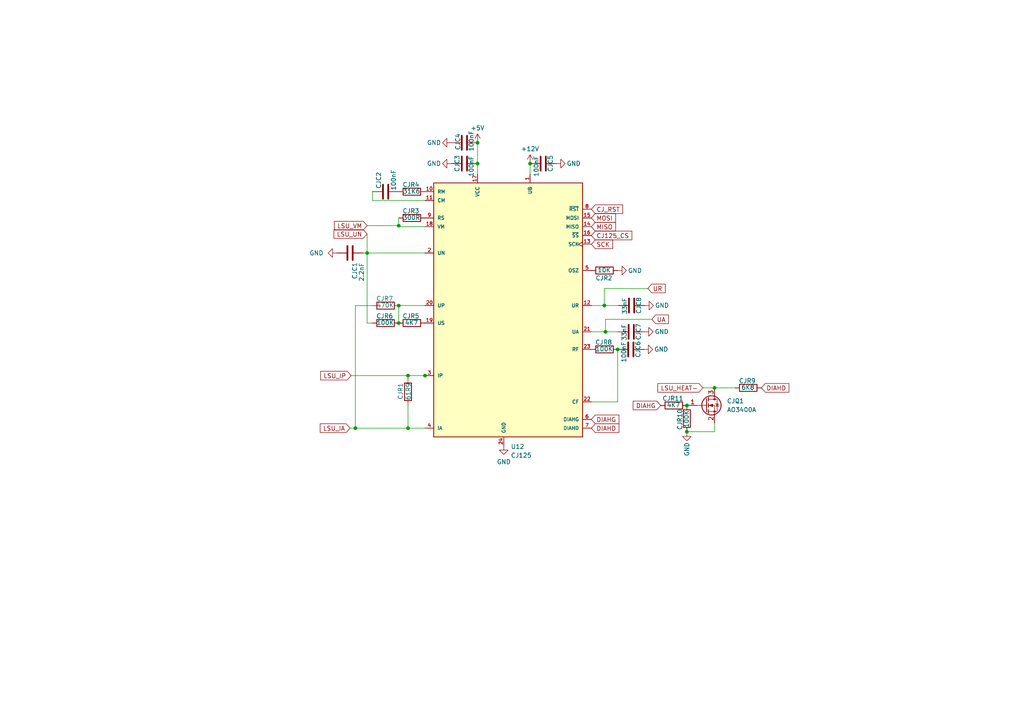
<source format=kicad_sch>
(kicad_sch (version 20230121) (generator eeschema)
  (paper "A4")
  (lib_symbols
    (symbol "AeonLabs_Automotive:CJ125" (pin_names (offset 1.016))
      (property "Reference" "U" (at -20.32 36.83 0))
      (property "Value" "CJ125" (at -20.32 -41.91 0))
      (symbol "CJ125_0_0"
        (rectangle (start -22.86 35.56) (end 20.32 -38.1) (stroke (width 0.254)) (fill (type background)))
        (pin passive line (at 5.08 38.1 270) (length 2.54) (name "UB") (number "1"))
        (pin passive line (at -25.4 33.02 0) (length 2.54) (name "RM") (number "10"))
        (pin passive line (at -25.4 30.48 0) (length 2.54) (name "CM") (number "11"))
        (pin passive line (at 22.86 0 180) (length 2.54) (name "UR") (number "12"))
        (pin output clock (at 22.86 17.78 180) (length 2.54) (name "SCK") (number "13"))
        (pin output line (at 22.86 22.86 180) (length 2.54) (name "MISO") (number "14"))
        (pin input line (at 22.86 25.4 180) (length 2.54) (name "MOSI") (number "15"))
        (pin output line (at 22.86 20.32 180) (length 2.54) (name "~{SS}") (number "16"))
        (pin passive line (at -10.16 38.1 270) (length 2.54) (name "VCC") (number "17"))
        (pin passive line (at -25.4 22.86 0) (length 2.54) (name "VM") (number "18"))
        (pin passive line (at -25.4 -5.08 0) (length 2.54) (name "US") (number "19"))
        (pin passive line (at -25.4 15.24 0) (length 2.54) (name "UN") (number "2"))
        (pin passive line (at -25.4 0 0) (length 2.54) (name "UP") (number "20"))
        (pin passive line (at 22.86 -7.62 180) (length 2.54) (name "UA") (number "21"))
        (pin passive line (at 22.86 -27.94 180) (length 2.54) (name "CF") (number "22"))
        (pin passive line (at 22.86 -12.7 180) (length 2.54) (name "RF") (number "23"))
        (pin passive line (at -2.54 -40.64 90) (length 2.54) (name "GND") (number "24"))
        (pin passive line (at -25.4 -20.32 0) (length 2.54) (name "IP") (number "3"))
        (pin passive line (at -25.4 -35.56 0) (length 2.54) (name "IA") (number "4"))
        (pin passive line (at 22.86 10.16 180) (length 2.54) (name "OSZ") (number "5"))
        (pin input line (at 22.86 -33.02 180) (length 2.54) (name "DIAHG") (number "6"))
        (pin input line (at 22.86 -35.56 180) (length 2.54) (name "DIAHD") (number "7"))
        (pin input line (at 22.86 27.94 180) (length 2.54) (name "~{RST}") (number "8"))
        (pin passive line (at -25.4 25.4 0) (length 2.54) (name "RS") (number "9"))
      )
    )
    (symbol "Device:C" (pin_numbers hide) (pin_names (offset 0.254))
      (property "Reference" "C" (at 0.635 2.54 0))
      (property "Value" "C" (at 0.635 -2.54 0))
      (symbol "C_0_1"
        (polyline (pts (xy -2.032 -0.762) (xy 2.032 -0.762)) (stroke (width 0.508)))
        (polyline (pts (xy -2.032 0.762) (xy 2.032 0.762)) (stroke (width 0.508)))
      )
      (symbol "C_1_1"
        (pin passive line (at 0 3.81 270) (length 2.794) (name "~") (number "1"))
        (pin passive line (at 0 -3.81 90) (length 2.794) (name "~") (number "2"))
      )
    )
    (symbol "Device:R" (pin_numbers hide) (pin_names (offset 0))
      (property "Reference" "R" (at 2.032 0 90))
      (property "Value" "R" (at 0 0 90))
      (symbol "R_0_1"
        (rectangle (start -1.016 -2.54) (end 1.016 2.54) (stroke (width 0.254)))
      )
      (symbol "R_1_1"
        (pin passive line (at 0 3.81 270) (length 1.27) (name "~") (number "1"))
        (pin passive line (at 0 -3.81 90) (length 1.27) (name "~") (number "2"))
      )
    )
    (symbol "Transistor_FET:AO3400A" (pin_names hide)
      (property "Reference" "Q" (at 5.08 1.905 0))
      (property "Value" "AO3400A" (at 5.08 0 0))
      (symbol "AO3400A_0_1"
        (polyline (pts (xy 0.254 0) (xy -2.54 0)))
        (polyline (pts (xy 0.254 1.905) (xy 0.254 -1.905)) (stroke (width 0.254)))
        (polyline (pts (xy 0.762 -1.27) (xy 0.762 -2.286)) (stroke (width 0.254)))
        (polyline (pts (xy 0.762 0.508) (xy 0.762 -0.508)) (stroke (width 0.254)))
        (polyline (pts (xy 0.762 2.286) (xy 0.762 1.27)) (stroke (width 0.254)))
        (polyline (pts (xy 2.54 2.54) (xy 2.54 1.778)))
        (polyline (pts (xy 2.54 -2.54) (xy 2.54 0) (xy 0.762 0)))
        (polyline (pts (xy 0.762 -1.778) (xy 3.302 -1.778) (xy 3.302 1.778) (xy 0.762 1.778)))
        (polyline (pts (xy 1.016 0) (xy 2.032 0.381) (xy 2.032 -0.381) (xy 1.016 0)) (fill (type outline)))
        (polyline (pts (xy 2.794 0.508) (xy 2.921 0.381) (xy 3.683 0.381) (xy 3.81 0.254)))
        (polyline (pts (xy 3.302 0.381) (xy 2.921 -0.254) (xy 3.683 -0.254) (xy 3.302 0.381)))
        (circle (center 1.651 0) (radius 2.794) (stroke (width 0.254)))
        (circle (center 2.54 -1.778) (radius 0.254) (fill (type outline)))
        (circle (center 2.54 1.778) (radius 0.254) (fill (type outline)))
      )
      (symbol "AO3400A_1_1"
        (pin input line (at -5.08 0 0) (length 2.54) (name "G") (number "1"))
        (pin passive line (at 2.54 -5.08 90) (length 2.54) (name "S") (number "2"))
        (pin passive line (at 2.54 5.08 270) (length 2.54) (name "D") (number "3"))
      )
    )
    (symbol "power:+12V" (power) (pin_names (offset 0))
      (property "Value" "+12V" (at 0 3.556 0))
      (symbol "+12V_0_1"
        (polyline (pts (xy -0.762 1.27) (xy 0 2.54)))
        (polyline (pts (xy 0 0) (xy 0 2.54)))
        (polyline (pts (xy 0 2.54) (xy 0.762 1.27)))
      )
      (symbol "+12V_1_1"
        (pin power_in line (at 0 0 90) (length 0) hide (name "+12V") (number "1"))
      )
    )
    (symbol "power:+5V" (power) (pin_names (offset 0))
      (property "Value" "+5V" (at 0 3.556 0))
      (symbol "+5V_0_1"
        (polyline (pts (xy -0.762 1.27) (xy 0 2.54)))
        (polyline (pts (xy 0 0) (xy 0 2.54)))
        (polyline (pts (xy 0 2.54) (xy 0.762 1.27)))
      )
      (symbol "+5V_1_1"
        (pin power_in line (at 0 0 90) (length 0) hide (name "+5V") (number "1"))
      )
    )
    (symbol "power:GND" (power) (pin_names (offset 0))
      (property "Value" "GND" (at 0 -3.81 0))
      (symbol "GND_0_1"
        (polyline (pts (xy 0 0) (xy 0 -1.27) (xy 1.27 -1.27) (xy 0 -2.54) (xy -1.27 -1.27) (xy 0 -1.27)))
      )
      (symbol "GND_1_1"
        (pin power_in line (at 0 0 270) (length 0) hide (name "GND") (number "1"))
      )
    )
  )
  (junction (at 199.2122 125.222))
  (junction (at 138.5062 47.4472))
  (junction (at 115.6462 93.7006))
  (junction (at 118.3386 124.1806))
  (junction (at 115.6462 65.4558))
  (junction (at 103.0732 124.1806))
  (junction (at 153.7462 47.4472))
  (junction (at 199.2376 117.602))
  (junction (at 207.2386 112.4966))
  (junction (at 175.6156 96.2406))
  (junction (at 106.4768 73.3806))
  (junction (at 138.5062 41.402))
  (junction (at 123.2662 108.9406))
  (junction (at 118.3386 108.9406))
  (junction (at 175.2854 88.6206))
  (junction (at 179.1462 101.346))
  (junction (at 115.6462 88.646))
  (wire (pts (xy 199.263 117.602) (xy 199.263 117.5766)))
  (wire (pts (xy 138.5062 41.402) (xy 138.5062 47.4472)))
  (wire (pts (xy 179.1462 116.5606) (xy 179.1462 101.346)))
  (wire (pts (xy 138.5062 47.4472) (xy 138.5062 50.5206)))
  (wire (pts (xy 203.8604 112.4966) (xy 207.2386 112.4966)))
  (wire (pts (xy 103.0732 124.1806) (xy 118.3386 124.1806)))
  (wire (pts (xy 106.4768 93.7006) (xy 108.0262 93.7006)))
  (wire (pts (xy 108.0262 58.1406) (xy 108.0262 55.6006)))
  (wire (pts (xy 106.4768 73.3806) (xy 106.4768 93.7006)))
  (wire (pts (xy 105.3338 73.3806) (xy 106.4768 73.3806)))
  (wire (pts (xy 175.6156 96.2406) (xy 179.2732 96.2406)))
  (wire (pts (xy 108.0262 88.646) (xy 103.0732 88.646)))
  (wire (pts (xy 175.6156 96.2406) (xy 175.6156 92.6084)))
  (wire (pts (xy 207.2386 125.222) (xy 207.2386 122.6566)))
  (wire (pts (xy 175.2854 88.6206) (xy 179.3748 88.6206)))
  (wire (pts (xy 115.6462 65.4558) (xy 115.6462 65.7606)))
  (wire (pts (xy 101.5238 124.1806) (xy 103.0732 124.1806)))
  (wire (pts (xy 199.2376 117.602) (xy 199.263 117.602)))
  (wire (pts (xy 118.3386 124.1806) (xy 123.2662 124.1806)))
  (wire (pts (xy 187.9092 83.6676) (xy 187.9092 83.7184)))
  (wire (pts (xy 171.5262 88.6206) (xy 175.2854 88.6206)))
  (wire (pts (xy 103.0732 88.646) (xy 103.0732 124.1806)))
  (wire (pts (xy 175.2854 83.6676) (xy 187.9092 83.7184)))
  (wire (pts (xy 115.6462 88.646) (xy 115.6462 93.7006)))
  (wire (pts (xy 118.3386 108.9406) (xy 123.2662 108.9406)))
  (wire (pts (xy 108.0262 58.1406) (xy 123.2662 58.1406)))
  (wire (pts (xy 101.8286 108.9406) (xy 118.3386 108.9406)))
  (wire (pts (xy 118.3386 108.9406) (xy 118.3386 109.8296)))
  (wire (pts (xy 106.4768 67.8688) (xy 106.4768 73.3806)))
  (wire (pts (xy 115.6462 65.4558) (xy 115.6462 63.2206)))
  (wire (pts (xy 175.2854 88.6206) (xy 175.2854 83.6676)))
  (wire (pts (xy 118.3386 124.1806) (xy 118.3386 117.4496)))
  (wire (pts (xy 115.6462 65.7606) (xy 123.2662 65.7606)))
  (wire (pts (xy 207.2386 112.4966) (xy 213.2076 112.4966)))
  (wire (pts (xy 153.7462 47.4472) (xy 153.7462 50.5206)))
  (wire (pts (xy 199.2122 125.222) (xy 199.2122 125.2982)))
  (wire (pts (xy 199.2122 117.602) (xy 199.2376 117.602)))
  (wire (pts (xy 175.6156 92.6084) (xy 189.0522 92.6084)))
  (wire (pts (xy 123.2916 108.9406) (xy 123.2662 108.9406)))
  (wire (pts (xy 171.5262 96.2406) (xy 175.6156 96.2406)))
  (wire (pts (xy 179.1462 101.346) (xy 179.1462 101.3206)))
  (wire (pts (xy 106.4768 73.3806) (xy 123.2662 73.3806)))
  (wire (pts (xy 106.4768 65.4558) (xy 115.6462 65.4558)))
  (wire (pts (xy 199.2122 125.222) (xy 207.2386 125.222)))
  (wire (pts (xy 171.5262 116.5606) (xy 179.1462 116.5606)))
  (wire (pts (xy 115.6462 88.6206) (xy 115.6462 88.646)))
  (wire (pts (xy 199.263 117.5766) (xy 199.6186 117.5766)))
  (wire (pts (xy 123.2662 88.6206) (xy 115.6462 88.6206)))
  (global_label "LSU_UN" (shape input) (at 106.4768 67.8688 180) (property "Intersheetrefs" "${INTERSHEET_REFS}" (effects hide)))
  (global_label "SCK" (shape input) (at 171.5262 70.8406 0) (property "Intersheetrefs" "${INTERSHEET_REFS}" (effects hide)))
  (global_label "MOSI" (shape input) (at 171.5262 63.2206 0) (property "Intersheetrefs" "${INTERSHEET_REFS}" (effects hide)))
  (global_label "LSU_IA" (shape input) (at 101.5238 124.1806 180) (property "Intersheetrefs" "${INTERSHEET_REFS}" (effects hide)))
  (global_label "DIAHG" (shape input) (at 171.5262 121.6406 0) (property "Intersheetrefs" "${INTERSHEET_REFS}" (effects hide)))
  (global_label "MISO" (shape input) (at 171.5262 65.7606 0) (property "Intersheetrefs" "${INTERSHEET_REFS}" (effects hide)))
  (global_label "LSU_HEAT-" (shape input) (at 203.8604 112.4966 180) (property "Intersheetrefs" "${INTERSHEET_REFS}" (effects hide)))
  (global_label "UR" (shape input) (at 187.9092 83.6676 0) (property "Intersheetrefs" "${INTERSHEET_REFS}" (effects hide)))
  (global_label "LSU_IP" (shape input) (at 101.8286 108.9406 180) (property "Intersheetrefs" "${INTERSHEET_REFS}" (effects hide)))
  (global_label "CJ125_CS" (shape input) (at 171.5262 68.3006 0) (property "Intersheetrefs" "${INTERSHEET_REFS}" (effects hide)))
  (global_label "LSU_VM" (shape input) (at 106.4768 65.4558 180) (property "Intersheetrefs" "${INTERSHEET_REFS}" (effects hide)))
  (global_label "CJ_RST" (shape input) (at 171.5262 60.6806 0) (property "Intersheetrefs" "${INTERSHEET_REFS}" (effects hide)))
  (global_label "DIAHG" (shape input) (at 191.6176 117.602 180) (property "Intersheetrefs" "${INTERSHEET_REFS}" (effects hide)))
  (global_label "UA" (shape input) (at 189.0522 92.6084 0) (property "Intersheetrefs" "${INTERSHEET_REFS}" (effects hide)))
  (global_label "DIAHD" (shape input) (at 220.8276 112.4966 0) (property "Intersheetrefs" "${INTERSHEET_REFS}" (effects hide)))
  (global_label "DIAHD" (shape input) (at 171.5262 124.1806 0) (property "Intersheetrefs" "${INTERSHEET_REFS}" (effects hide)))
  (symbol (lib_id "power:GND") (at 186.7662 101.346 90) (mirror x) (unit 1)
    (property "Reference" "#PWR0230" (effects hide))
    (property "Value" "GND" (at 189.738 101.3206 90) (effects (justify right)))
  )
  (symbol (lib_id "power:GND") (at 130.8862 47.4472 270) (unit 1)
    (property "Reference" "#PWR0226" (effects hide))
    (property "Value" "GND" (at 127.9144 47.4218 90) (effects (justify right)))
  )
  (symbol (lib_id "Device:C") (at 101.5238 73.3806 90) (mirror x) (unit 1)
    (property "Reference" "CJC1" (at 102.8954 76.073 0) (effects (justify left)))
    (property "Value" "2.2nF" (at 104.8766 76.1746 0) (effects (justify left)))
    (property "Footprint" "Capacitor_SMD:C_0603_1608Metric" (effects hide))
  )
  (symbol (lib_id "Device:C") (at 134.6962 47.4472 90) (mirror x) (unit 1)
    (property "Reference" "CJC3" (at 132.6134 44.958 0) (effects (justify left)))
    (property "Value" "100nF" (at 136.7028 45.1866 0) (effects (justify left)))
    (property "Footprint" "Capacitor_SMD:C_0603_1608Metric" (effects hide))
  )
  (symbol (lib_id "power:GND") (at 161.3662 47.4472 90) (mirror x) (unit 1)
    (property "Reference" "#PWR0228" (effects hide))
    (property "Value" "GND" (at 164.338 47.4218 90) (effects (justify right)))
  )
  (symbol (lib_id "Device:C") (at 182.9562 101.346 270) (unit 1)
    (property "Reference" "CJC6" (at 185.039 98.8568 0) (effects (justify left)))
    (property "Value" "100nF" (at 180.9496 99.0854 0) (effects (justify left)))
    (property "Footprint" "Capacitor_SMD:C_0603_1608Metric" (effects hide))
  )
  (symbol (lib_id "Device:R") (at 119.4562 55.6006 270) (unit 1)
    (property "Reference" "CJR4" (at 119.2022 53.5686 90))
    (property "Value" "31K6" (at 119.3546 55.499 90))
    (property "Footprint" "Resistor_SMD:R_0603_1608Metric" (effects hide))
  )
  (symbol (lib_id "power:GND") (at 186.9948 88.6206 90) (mirror x) (unit 1)
    (property "Reference" "#PWR0232" (effects hide))
    (property "Value" "GND" (at 189.9666 88.5952 90) (effects (justify right)))
  )
  (symbol (lib_id "Device:R") (at 111.8362 93.7006 270) (unit 1)
    (property "Reference" "CJR6" (at 111.5822 91.6686 90))
    (property "Value" "100K" (at 111.7346 93.599 90))
    (property "Footprint" "Resistor_SMD:R_0603_1608Metric" (effects hide))
  )
  (symbol (lib_id "power:GND") (at 186.8932 96.2406 90) (mirror x) (unit 1)
    (property "Reference" "#PWR0231" (effects hide))
    (property "Value" "GND" (at 189.865 96.2152 90) (effects (justify right)))
  )
  (symbol (lib_id "power:GND") (at 130.8862 41.402 270) (unit 1)
    (property "Reference" "#PWR0227" (effects hide))
    (property "Value" "GND" (at 127.9144 41.3766 90) (effects (justify right)))
  )
  (symbol (lib_id "power:+12V") (at 153.7462 47.4472 0) (unit 1)
    (property "Reference" "#PWR0229" (effects hide))
    (property "Value" "+12V" (at 153.7462 43.18 0))
  )
  (symbol (lib_id "Device:R") (at 175.3362 101.3206 270) (unit 1)
    (property "Reference" "CJR8" (at 175.0822 99.2886 90))
    (property "Value" "100K" (at 175.2346 101.219 90))
    (property "Footprint" "Resistor_SMD:R_0603_1608Metric" (effects hide))
  )
  (symbol (lib_id "power:GND") (at 146.1262 129.2606 0) (mirror y) (unit 1)
    (property "Reference" "#PWR0180" (effects hide))
    (property "Value" "GND" (at 146.1262 133.9596 0))
  )
  (symbol (lib_id "AeonLabs_Automotive:CJ125") (at 148.6662 88.6206 0) (unit 1)
    (property "Reference" "U12" (at 148.1456 129.54 0) (effects (justify left)))
    (property "Value" "CJ125" (at 148.1456 132.08 0) (effects (justify left)))
    (property "Footprint" "AeonLabs_Automotive:CJ125 Wideband sensor" (effects hide))
    (property "MF" "Bosch" (effects hide))
    (property "Description" "\nLAMBDA PROBE INTERFACE IC\n" (effects hide))
    (property "Package" "None" (effects hide))
    (property "Price" "None" (effects hide))
    (property "SnapEDA_Link" "https://www.snapeda.com/parts/CJ125/Bosch/view-part/?ref=snap" (effects hide))
    (property "MP" "CJ125" (effects hide))
    (property "Availability" "Not in stock" (effects hide))
    (property "Check_prices" "https://www.snapeda.com/parts/CJ125/Bosch/view-part/?ref=eda" (effects hide))
  )
  (symbol (lib_id "Device:C") (at 183.1848 88.6206 270) (unit 1)
    (property "Reference" "CJC8" (at 185.2676 86.1314 0) (effects (justify left)))
    (property "Value" "33nF" (at 181.1782 86.36 0) (effects (justify left)))
    (property "Footprint" "Capacitor_SMD:C_0603_1608Metric" (effects hide))
  )
  (symbol (lib_id "Device:C") (at 157.5562 47.4472 270) (unit 1)
    (property "Reference" "CJC5" (at 159.639 44.958 0) (effects (justify left)))
    (property "Value" "100nF" (at 155.5496 45.1866 0) (effects (justify left)))
    (property "Footprint" "Capacitor_SMD:C_0603_1608Metric" (effects hide))
  )
  (symbol (lib_id "power:+5V") (at 138.5062 41.402 0) (unit 1)
    (property "Reference" "#PWR0225" (effects hide))
    (property "Value" "+5V" (at 138.5062 37.1348 0))
  )
  (symbol (lib_id "Device:R") (at 111.8362 88.646 270) (unit 1)
    (property "Reference" "CJR7" (at 111.5822 86.614 90))
    (property "Value" "470K" (at 111.7346 88.5444 90))
    (property "Footprint" "Resistor_SMD:R_0603_1608Metric" (effects hide))
  )
  (symbol (lib_id "Device:R") (at 199.2122 121.412 0) (unit 1)
    (property "Reference" "CJR10" (at 197.1802 121.666 90))
    (property "Value" "100K" (at 199.1106 121.5136 90))
    (property "Footprint" "Resistor_SMD:R_0603_1608Metric" (effects hide))
  )
  (symbol (lib_id "power:GND") (at 199.2122 125.2982 0) (mirror y) (unit 1)
    (property "Reference" "#PWR0233" (effects hide))
    (property "Value" "GND" (at 199.2376 128.27 90) (effects (justify right)))
  )
  (symbol (lib_id "power:GND") (at 97.7138 73.3806 270) (mirror x) (unit 1)
    (property "Reference" "#PWR0134" (effects hide))
    (property "Value" "GND" (at 93.8276 73.3806 90) (effects (justify right)))
  )
  (symbol (lib_id "power:GND") (at 179.1462 78.4606 90) (unit 1)
    (property "Reference" "#PWR0149" (effects hide))
    (property "Value" "GND" (at 182.118 78.486 90) (effects (justify right)))
  )
  (symbol (lib_id "Device:C") (at 111.8362 55.6006 90) (mirror x) (unit 1)
    (property "Reference" "CJC2" (at 109.8296 49.8348 0) (effects (justify left)))
    (property "Value" "100nF" (at 114.1476 49.1744 0) (effects (justify left)))
    (property "Footprint" "Capacitor_SMD:C_0603_1608Metric" (effects hide))
  )
  (symbol (lib_id "Device:R") (at 217.0176 112.4966 270) (unit 1)
    (property "Reference" "CJR9" (at 216.7636 110.4646 90))
    (property "Value" "6K8" (at 216.916 112.395 90))
    (property "Footprint" "Resistor_SMD:R_0603_1608Metric" (effects hide))
  )
  (symbol (lib_id "Device:C") (at 134.6962 41.402 90) (mirror x) (unit 1)
    (property "Reference" "CJC4" (at 132.7912 38.6334 0) (effects (justify left)))
    (property "Value" "100nF" (at 136.7028 37.846 0) (effects (justify left)))
    (property "Footprint" "Capacitor_SMD:C_0603_1608Metric" (effects hide))
  )
  (symbol (lib_id "Transistor_FET:AO3400A") (at 204.6986 117.5766 0) (unit 1)
    (property "Reference" "CJQ1" (at 210.82 116.3066 0) (effects (justify left)))
    (property "Value" "AO3400A" (at 210.82 118.8466 0) (effects (justify left)))
    (property "Footprint" "Package_TO_SOT_SMD:SOT-23" (effects hide))
    (property "Datasheet" "http://www.aosmd.com/pdfs/datasheet/AO3400A.pdf" (effects hide))
  )
  (symbol (lib_id "Device:R") (at 195.4276 117.602 270) (unit 1)
    (property "Reference" "CJR11" (at 195.1736 115.57 90))
    (property "Value" "4K7" (at 195.326 117.5004 90))
    (property "Footprint" "Resistor_SMD:R_0603_1608Metric" (effects hide))
  )
  (symbol (lib_id "Device:R") (at 175.3362 78.4606 270) (unit 1)
    (property "Reference" "CJR2" (at 175.1838 80.645 90))
    (property "Value" "10K" (at 175.2346 78.359 90))
    (property "Footprint" "Resistor_SMD:R_0603_1608Metric" (effects hide))
  )
  (symbol (lib_id "Device:R") (at 119.4562 63.2206 270) (unit 1)
    (property "Reference" "CJR3" (at 119.2022 61.1886 90))
    (property "Value" "300R" (at 119.3546 63.119 90))
    (property "Footprint" "Resistor_SMD:R_0603_1608Metric" (effects hide))
  )
  (symbol (lib_id "Device:C") (at 183.0832 96.2406 270) (unit 1)
    (property "Reference" "CJC7" (at 185.166 93.7514 0) (effects (justify left)))
    (property "Value" "33nF" (at 181.0766 93.98 0) (effects (justify left)))
    (property "Footprint" "Capacitor_SMD:C_0603_1608Metric" (effects hide))
  )
  (symbol (lib_id "Device:R") (at 119.4562 93.7006 270) (unit 1)
    (property "Reference" "CJR5" (at 119.2022 91.6686 90))
    (property "Value" "4K7" (at 119.3546 93.599 90))
    (property "Footprint" "Resistor_SMD:R_0603_1608Metric" (effects hide))
  )
  (symbol (lib_id "Device:R") (at 118.3386 113.6396 180) (unit 1)
    (property "Reference" "CJR1" (at 116.1542 113.4872 90))
    (property "Value" "61R9" (at 118.4402 113.538 90))
    (property "Footprint" "Resistor_SMD:R_0603_1608Metric" (effects hide))
  )
)
</source>
